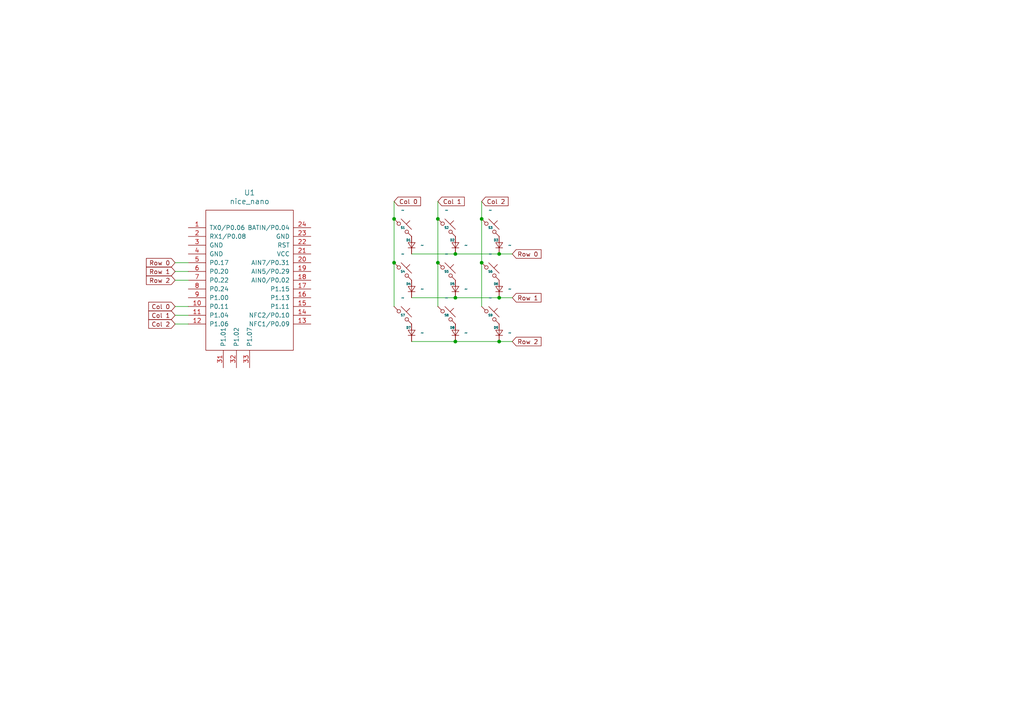
<source format=kicad_sch>
(kicad_sch (version 20250114) (generator "eeschema") (generator_version "9.0")
  (paper "A4")
  (lib_symbols
    (symbol "Nice Nano:nice_nano" (pin_names (offset 1.016))
      (property "Reference" "U" (at 0 0 0))
      (property "Value" "nice_nano" (at 0 2.54 0))
      (symbol "nice_nano_0_1"
        (rectangle (start -12.7 -21.59) (end 12.7 19.05))
      )
      (symbol "nice_nano_1_1"
        (pin input line (at -17.78 13.97 0) (length 5.08) (name "TX0/P0.06") (number "1"))
        (pin input line (at -17.78 11.43 0) (length 5.08) (name "RX1/P0.08") (number "2"))
        (pin input line (at -17.78 8.89 0) (length 5.08) (name "GND") (number "3"))
        (pin input line (at -17.78 6.35 0) (length 5.08) (name "GND") (number "4"))
        (pin input line (at -17.78 3.81 0) (length 5.08) (name "P0.17") (number "5"))
        (pin input line (at -17.78 1.27 0) (length 5.08) (name "P0.20") (number "6"))
        (pin input line (at -17.78 -1.27 0) (length 5.08) (name "P0.22") (number "7"))
        (pin input line (at -17.78 -3.81 0) (length 5.08) (name "P0.24") (number "8"))
        (pin input line (at -17.78 -6.35 0) (length 5.08) (name "P1.00") (number "9"))
        (pin input line (at -17.78 -8.89 0) (length 5.08) (name "P0.11") (number "10"))
        (pin input line (at -17.78 -11.43 0) (length 5.08) (name "P1.04") (number "11"))
        (pin input line (at -17.78 -13.97 0) (length 5.08) (name "P1.06") (number "12"))
        (pin input line (at -7.62 -26.67 90) (length 5.08) (name "P1.01") (number "31"))
        (pin input line (at -3.81 -26.67 90) (length 5.08) (name "P1.02") (number "32"))
        (pin input line (at 0 -26.67 90) (length 5.08) (name "P1.07") (number "33"))
        (pin input line (at 17.78 13.97 180) (length 5.08) (name "BATIN/P0.04") (number "24"))
        (pin input line (at 17.78 11.43 180) (length 5.08) (name "GND") (number "23"))
        (pin input line (at 17.78 8.89 180) (length 5.08) (name "RST") (number "22"))
        (pin input line (at 17.78 6.35 180) (length 5.08) (name "VCC") (number "21"))
        (pin input line (at 17.78 3.81 180) (length 5.08) (name "AIN7/P0.31") (number "20"))
        (pin input line (at 17.78 1.27 180) (length 5.08) (name "AIN5/P0.29") (number "19"))
        (pin input line (at 17.78 -1.27 180) (length 5.08) (name "AIN0/P0.02") (number "18"))
        (pin input line (at 17.78 -3.81 180) (length 5.08) (name "P1.15") (number "17"))
        (pin input line (at 17.78 -6.35 180) (length 5.08) (name "P1.13") (number "16"))
        (pin input line (at 17.78 -8.89 180) (length 5.08) (name "P1.11") (number "15"))
        (pin input line (at 17.78 -11.43 180) (length 5.08) (name "NFC2/P0.10") (number "14"))
        (pin input line (at 17.78 -13.97 180) (length 5.08) (name "NFC1/P0.09") (number "13"))
      )
    )
    (symbol "ScottoKeebs:Placeholder_Diode" (pin_numbers (hide yes)) (pin_names (hide yes))
      (property "Reference" "D" (at -0.15 1.066 0))
      (symbol "Placeholder_Diode_0_1"
        (polyline (pts (xy 0 -0.762) (xy 0 0.762)))
      )
      (symbol "Placeholder_Diode_1_1"
        (polyline (pts (xy 1.016 0.762) (xy 0 -0.762) (xy -1.016 0.762) (xy 1.016 0.762)) (stroke (width 0.1524)))
        (polyline (pts (xy 1.016 -0.762) (xy -1.016 -0.762)) (stroke (width 0.1524)))
        (pin passive line (at 0 2.54 270) (length 1.778) (name "A") (number "2"))
        (pin passive line (at 0 -2.54 90) (length 1.778) (name "K") (number "1"))
      )
    )
    (symbol "ScottoKeebs:Placeholder_Keyswitch" (pin_numbers (hide yes)) (pin_names (offset 1.016) (hide yes))
      (property "Reference" "S" (at 0 0 0))
      (symbol "Placeholder_Keyswitch_0_1"
        (polyline (pts (xy -2.54 2.54) (xy -1.524 1.524) (xy -1.524 1.524)))
        (circle (center -1.1684 1.1684) (radius 0.508))
        (polyline (pts (xy -0.508 2.54) (xy 2.54 -0.508)))
        (polyline (pts (xy 1.016 1.016) (xy 2.032 2.032)))
        (circle (center 1.143 -1.1938) (radius 0.508))
        (polyline (pts (xy 1.524 -1.524) (xy 2.54 -2.54) (xy 2.54 -2.54) (xy 2.54 -2.54)))
        (pin passive line (at -2.54 2.54 0) (length 0) (name "1") (number "1"))
        (pin passive line (at 2.54 -2.54 180) (length 0) (name "2") (number "2"))
      )
    )
  )
  (junction (at 144.78 73.66))
  (junction (at 139.7 63.5))
  (junction (at 127 63.5))
  (junction (at 132.08 99.06))
  (junction (at 144.78 99.06))
  (junction (at 127 76.2))
  (junction (at 132.08 73.66))
  (junction (at 114.3 76.2))
  (junction (at 132.08 86.36))
  (junction (at 144.78 86.36))
  (junction (at 114.3 63.5))
  (junction (at 139.7 76.2))
  (wire (pts (xy 132.08 86.36) (xy 144.78 86.36)))
  (wire (pts (xy 132.08 73.66) (xy 144.78 73.66)))
  (wire (pts (xy 50.8 76.2) (xy 54.61 76.2)))
  (wire (pts (xy 50.8 93.98) (xy 54.61 93.98)))
  (wire (pts (xy 50.8 88.9) (xy 54.61 88.9)))
  (wire (pts (xy 127 76.2) (xy 127 88.9)))
  (wire (pts (xy 50.8 78.74) (xy 54.61 78.74)))
  (wire (pts (xy 127 58.42) (xy 127 63.5)))
  (wire (pts (xy 132.08 99.06) (xy 144.78 99.06)))
  (wire (pts (xy 50.8 81.28) (xy 54.61 81.28)))
  (wire (pts (xy 148.59 86.36) (xy 144.78 86.36)))
  (wire (pts (xy 114.3 58.42) (xy 114.3 63.5)))
  (wire (pts (xy 114.3 63.5) (xy 114.3 76.2)))
  (wire (pts (xy 119.38 99.06) (xy 132.08 99.06)))
  (wire (pts (xy 114.3 76.2) (xy 114.3 88.9)))
  (wire (pts (xy 148.59 99.06) (xy 144.78 99.06)))
  (wire (pts (xy 119.38 73.66) (xy 132.08 73.66)))
  (wire (pts (xy 139.7 58.42) (xy 139.7 63.5)))
  (wire (pts (xy 119.38 86.36) (xy 132.08 86.36)))
  (wire (pts (xy 139.7 63.5) (xy 139.7 76.2)))
  (wire (pts (xy 50.8 91.44) (xy 54.61 91.44)))
  (wire (pts (xy 127 63.5) (xy 127 76.2)))
  (wire (pts (xy 139.7 76.2) (xy 139.7 88.9)))
  (wire (pts (xy 148.59 73.66) (xy 144.78 73.66)))
  (global_label "Col 2" (shape input) (at 139.7 58.42 0) (property "Intersheetrefs" "${INTERSHEET_REFS}" (effects (hide yes))))
  (global_label "Row 1" (shape input) (at 50.8 78.74 180) (property "Intersheetrefs" "${INTERSHEET_REFS}" (effects (hide yes))))
  (global_label "Col 2" (shape input) (at 50.8 93.98 180) (property "Intersheetrefs" "${INTERSHEET_REFS}" (effects (hide yes))))
  (global_label "Row 0" (shape input) (at 50.8 76.2 180) (property "Intersheetrefs" "${INTERSHEET_REFS}" (effects (hide yes))))
  (global_label "Col 1" (shape input) (at 50.8 91.44 180) (property "Intersheetrefs" "${INTERSHEET_REFS}" (effects (hide yes))))
  (global_label "Row 0" (shape input) (at 148.59 73.66 0) (property "Intersheetrefs" "${INTERSHEET_REFS}" (effects (hide yes))))
  (global_label "Col 0" (shape input) (at 114.3 58.42 0) (property "Intersheetrefs" "${INTERSHEET_REFS}" (effects (hide yes))))
  (global_label "Row 2" (shape input) (at 50.8 81.28 180) (property "Intersheetrefs" "${INTERSHEET_REFS}" (effects (hide yes))))
  (global_label "Row 1" (shape input) (at 148.59 86.36 0) (property "Intersheetrefs" "${INTERSHEET_REFS}" (effects (hide yes))))
  (global_label "Col 1" (shape input) (at 127 58.42 0) (property "Intersheetrefs" "${INTERSHEET_REFS}" (effects (hide yes))))
  (global_label "Col 0" (shape input) (at 50.8 88.9 180) (property "Intersheetrefs" "${INTERSHEET_REFS}" (effects (hide yes))))
  (global_label "Row 2" (shape input) (at 148.59 99.06 0) (property "Intersheetrefs" "${INTERSHEET_REFS}" (effects (hide yes))))
  (symbol (lib_id "ScottoKeebs:Placeholder_Keyswitch") (at 129.54 78.74 0) (unit 1)
    (property "Reference" "S5" (at 129.54 78.74 0) (effects (font (size 0.635 0.635) (thickness 0.127) (bold yes))))
    (property "Value" "~" (at 129.54 73.66 0))
    (property "Footprint" "ScottoKeebs_MX:MX_PCB_1.00u" (effects (hide yes)))
  )
  (symbol (lib_id "ScottoKeebs:Placeholder_Diode") (at 132.08 96.52 0) (unit 1)
    (property "Reference" "D8" (at 131.93 95.454 0) (effects (font (size 0.635 0.635) (thickness 0.127) (bold yes)) (justify right bottom)))
    (property "Value" "~" (at 134.62 96.5199 0) (effects (justify left)))
    (property "Footprint" "Diode_THT:D_DO-35_SOD27_P7.62mm_Horizontal" (effects (hide yes)))
  )
  (symbol (lib_id "ScottoKeebs:Placeholder_Diode") (at 119.38 96.52 0) (unit 1)
    (property "Reference" "D7" (at 119.23 95.454 0) (effects (font (size 0.635 0.635) (thickness 0.127) (bold yes)) (justify right bottom)))
    (property "Value" "~" (at 121.92 96.5199 0) (effects (justify left)))
    (property "Footprint" "Diode_THT:D_DO-35_SOD27_P7.62mm_Horizontal" (effects (hide yes)))
  )
  (symbol (lib_id "ScottoKeebs:Placeholder_Keyswitch") (at 116.84 66.04 0) (unit 1)
    (property "Reference" "S1" (at 116.84 66.04 0) (effects (font (size 0.635 0.635) (thickness 0.127) (bold yes))))
    (property "Value" "~" (at 116.84 60.96 0))
    (property "Footprint" "ScottoKeebs_MX:MX_PCB_1.00u" (effects (hide yes)))
  )
  (symbol (lib_id "ScottoKeebs:Placeholder_Diode") (at 144.78 83.82 0) (unit 1)
    (property "Reference" "D6" (at 144.63 82.754 0) (effects (font (size 0.635 0.635) (thickness 0.127) (bold yes)) (justify right bottom)))
    (property "Value" "~" (at 147.32 83.8199 0) (effects (justify left)))
    (property "Footprint" "Diode_THT:D_DO-35_SOD27_P7.62mm_Horizontal" (effects (hide yes)))
  )
  (symbol (lib_id "ScottoKeebs:Placeholder_Diode") (at 132.08 71.12 0) (unit 1)
    (property "Reference" "D2" (at 131.93 70.054 0) (effects (font (size 0.635 0.635) (thickness 0.127) (bold yes)) (justify right bottom)))
    (property "Value" "~" (at 134.62 71.1199 0) (effects (justify left)))
    (property "Footprint" "Diode_THT:D_DO-35_SOD27_P7.62mm_Horizontal" (effects (hide yes)))
  )
  (symbol (lib_id "ScottoKeebs:Placeholder_Keyswitch") (at 129.54 66.04 0) (unit 1)
    (property "Reference" "S2" (at 129.54 66.04 0) (effects (font (size 0.635 0.635) (thickness 0.127) (bold yes))))
    (property "Value" "~" (at 129.54 60.96 0))
    (property "Footprint" "ScottoKeebs_MX:MX_PCB_1.00u" (effects (hide yes)))
  )
  (symbol (lib_id "ScottoKeebs:Placeholder_Keyswitch") (at 129.54 91.44 0) (unit 1)
    (property "Reference" "S8" (at 129.54 91.44 0) (effects (font (size 0.635 0.635) (thickness 0.127) (bold yes))))
    (property "Value" "~" (at 129.54 86.36 0))
    (property "Footprint" "ScottoKeebs_MX:MX_PCB_1.00u" (effects (hide yes)))
  )
  (symbol (lib_id "ScottoKeebs:Placeholder_Diode") (at 144.78 71.12 0) (unit 1)
    (property "Reference" "D3" (at 144.63 70.054 0) (effects (font (size 0.635 0.635) (thickness 0.127) (bold yes)) (justify right bottom)))
    (property "Value" "~" (at 147.32 71.1199 0) (effects (justify left)))
    (property "Footprint" "Diode_THT:D_DO-35_SOD27_P7.62mm_Horizontal" (effects (hide yes)))
  )
  (symbol (lib_id "ScottoKeebs:Placeholder_Keyswitch") (at 142.24 91.44 0) (unit 1)
    (property "Reference" "S9" (at 142.24 91.44 0) (effects (font (size 0.635 0.635) (thickness 0.127) (bold yes))))
    (property "Value" "~" (at 142.24 86.36 0))
    (property "Footprint" "ScottoKeebs_MX:MX_PCB_1.00u" (effects (hide yes)))
  )
  (symbol (lib_id "ScottoKeebs:Placeholder_Keyswitch") (at 116.84 91.44 0) (unit 1)
    (property "Reference" "S7" (at 116.84 91.44 0) (effects (font (size 0.635 0.635) (thickness 0.127) (bold yes))))
    (property "Value" "~" (at 116.84 86.36 0))
    (property "Footprint" "ScottoKeebs_MX:MX_PCB_1.00u" (effects (hide yes)))
  )
  (symbol (lib_id "Nice Nano:nice_nano") (at 72.39 80.01 0) (unit 1)
    (property "Reference" "U1" (at 72.39 55.88 0) (effects (font (size 1.524 1.524))))
    (property "Value" "nice_nano" (at 72.39 58.42 0) (effects (font (size 1.524 1.524))))
    (property "Footprint" "Nice Nano:nice_nano" (effects (hide yes)))
  )
  (symbol (lib_id "ScottoKeebs:Placeholder_Keyswitch") (at 142.24 78.74 0) (unit 1)
    (property "Reference" "S6" (at 142.24 78.74 0) (effects (font (size 0.635 0.635) (thickness 0.127) (bold yes))))
    (property "Value" "~" (at 142.24 73.66 0))
    (property "Footprint" "ScottoKeebs_MX:MX_PCB_1.00u" (effects (hide yes)))
  )
  (symbol (lib_id "ScottoKeebs:Placeholder_Diode") (at 119.38 83.82 0) (unit 1)
    (property "Reference" "D4" (at 119.23 82.754 0) (effects (font (size 0.635 0.635) (thickness 0.127) (bold yes)) (justify right bottom)))
    (property "Value" "~" (at 121.92 83.8199 0) (effects (justify left)))
    (property "Footprint" "Diode_THT:D_DO-35_SOD27_P7.62mm_Horizontal" (effects (hide yes)))
  )
  (symbol (lib_id "ScottoKeebs:Placeholder_Keyswitch") (at 116.84 78.74 0) (unit 1)
    (property "Reference" "S4" (at 116.84 78.74 0) (effects (font (size 0.635 0.635) (thickness 0.127) (bold yes))))
    (property "Value" "~" (at 116.84 73.66 0))
    (property "Footprint" "ScottoKeebs_MX:MX_PCB_1.00u" (effects (hide yes)))
  )
  (symbol (lib_id "ScottoKeebs:Placeholder_Diode") (at 119.38 71.12 0) (unit 1)
    (property "Reference" "D1" (at 119.23 70.054 0) (effects (font (size 0.635 0.635) (thickness 0.127) (bold yes)) (justify right bottom)))
    (property "Value" "~" (at 121.92 71.1199 0) (effects (justify left)))
    (property "Footprint" "Diode_THT:D_DO-35_SOD27_P7.62mm_Horizontal" (effects (hide yes)))
  )
  (symbol (lib_id "ScottoKeebs:Placeholder_Diode") (at 132.08 83.82 0) (unit 1)
    (property "Reference" "D5" (at 131.93 82.754 0) (effects (font (size 0.635 0.635) (thickness 0.127) (bold yes)) (justify right bottom)))
    (property "Value" "~" (at 134.62 83.8199 0) (effects (justify left)))
    (property "Footprint" "Diode_THT:D_DO-35_SOD27_P7.62mm_Horizontal" (effects (hide yes)))
  )
  (symbol (lib_id "ScottoKeebs:Placeholder_Keyswitch") (at 142.24 66.04 0) (unit 1)
    (property "Reference" "S3" (at 142.24 66.04 0) (effects (font (size 0.635 0.635) (thickness 0.127) (bold yes))))
    (property "Value" "~" (at 142.24 60.96 0))
    (property "Footprint" "ScottoKeebs_MX:MX_PCB_1.00u" (effects (hide yes)))
  )
  (symbol (lib_id "ScottoKeebs:Placeholder_Diode") (at 144.78 96.52 0) (unit 1)
    (property "Reference" "D9" (at 144.63 95.454 0) (effects (font (size 0.635 0.635) (thickness 0.127) (bold yes)) (justify right bottom)))
    (property "Value" "~" (at 147.32 96.5199 0) (effects (justify left)))
    (property "Footprint" "Diode_THT:D_DO-35_SOD27_P7.62mm_Horizontal" (effects (hide yes)))
  )
)
</source>
